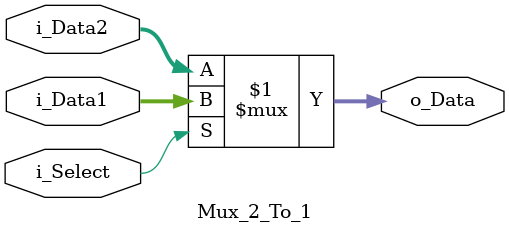
<source format=sv>
module Mux_2_To_1 #(parameter g_WIDTH = 8)
  (input  i_Select,
   input  [g_WIDTH-1:0] i_Data1,
   input  [g_WIDTH-1:0] i_Data2,
   output [g_WIDTH-1:0] o_Data);
   
  assign o_Data = i_Select ? i_Data1 : i_Data2;
   
endmodule // Mux_2_To_1_Width

</source>
